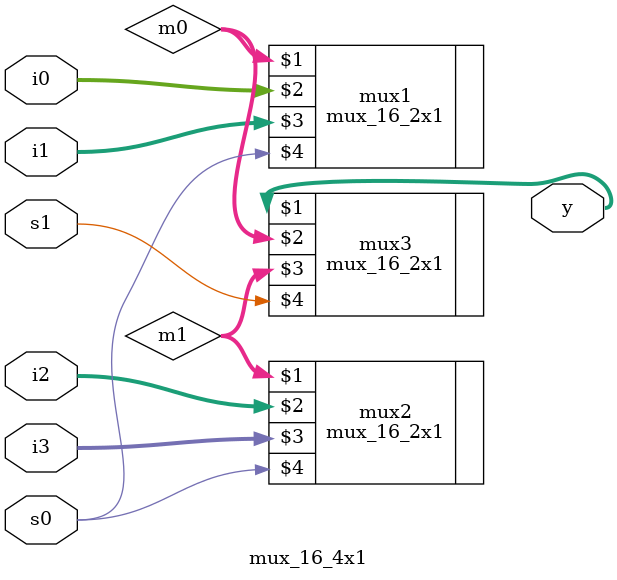
<source format=v>
module mux_16_4x1(y,i0,i1,i2,i3,s1,s0);

    input[15:0] i0,i1,i2,i3;
    input s1,s0;
    output[15:0] y;
    wire[15:0] m0,m1;

    mux_16_2x1 mux1(m0,i0,i1,s0);
    mux_16_2x1 mux2(m1,i2,i3,s0);
    mux_16_2x1 mux3(y,m0,m1,s1);
    
endmodule


</source>
